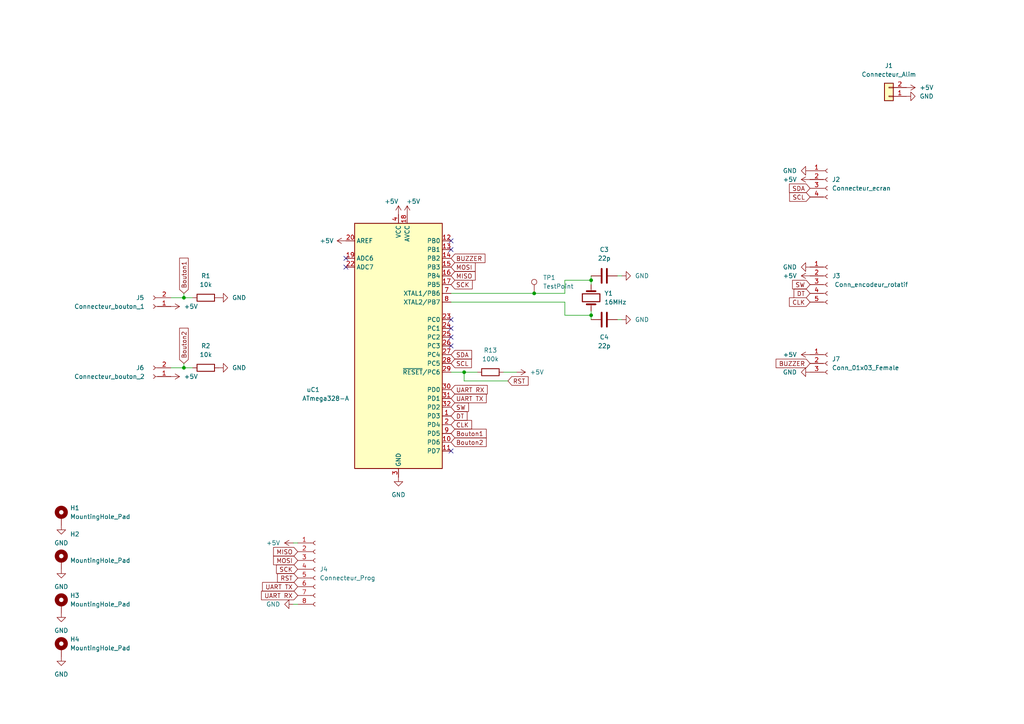
<source format=kicad_sch>
(kicad_sch (version 20211123) (generator eeschema)
  (paper "A4")
  (lib_symbols
    (symbol "Connector:Conn_01x02_Female" (pin_names (offset 1.016) hide)
      (property "Reference" "J" (at 0 2.54 0))
      (property "Value" "Conn_01x02_Female" (at 0 -5.08 0))
      (symbol "Conn_01x02_Female_1_1"
        (arc (start 0 -2.032) (mid -0.508 -2.54) (end 0 -3.048) (stroke (width 0.1524)))
        (polyline (pts (xy -1.27 -2.54) (xy -0.508 -2.54)) (stroke (width 0.1524)))
        (polyline (pts (xy -1.27 0) (xy -0.508 0)) (stroke (width 0.1524)))
        (arc (start 0 0.508) (mid -0.508 0) (end 0 -0.508) (stroke (width 0.1524)))
        (pin passive line (at -5.08 0 0) (length 3.81) (name "Pin_1") (number "1"))
        (pin passive line (at -5.08 -2.54 0) (length 3.81) (name "Pin_2") (number "2"))
      )
    )
    (symbol "Connector:Conn_01x03_Female" (pin_names (offset 1.016) hide)
      (property "Reference" "J" (at 0 5.08 0))
      (property "Value" "Conn_01x03_Female" (at 0 -5.08 0))
      (symbol "Conn_01x03_Female_1_1"
        (arc (start 0 -2.032) (mid -0.508 -2.54) (end 0 -3.048) (stroke (width 0.1524)))
        (polyline (pts (xy -1.27 -2.54) (xy -0.508 -2.54)) (stroke (width 0.1524)))
        (polyline (pts (xy -1.27 0) (xy -0.508 0)) (stroke (width 0.1524)))
        (polyline (pts (xy -1.27 2.54) (xy -0.508 2.54)) (stroke (width 0.1524)))
        (arc (start 0 0.508) (mid -0.508 0) (end 0 -0.508) (stroke (width 0.1524)))
        (arc (start 0 3.048) (mid -0.508 2.54) (end 0 2.032) (stroke (width 0.1524)))
        (pin passive line (at -5.08 2.54 0) (length 3.81) (name "Pin_1") (number "1"))
        (pin passive line (at -5.08 0 0) (length 3.81) (name "Pin_2") (number "2"))
        (pin passive line (at -5.08 -2.54 0) (length 3.81) (name "Pin_3") (number "3"))
      )
    )
    (symbol "Connector:Conn_01x04_Female" (pin_names (offset 1.016) hide)
      (property "Reference" "J" (at 0 5.08 0))
      (property "Value" "Conn_01x04_Female" (at 0 -7.62 0))
      (symbol "Conn_01x04_Female_1_1"
        (arc (start 0 -4.572) (mid -0.508 -5.08) (end 0 -5.588) (stroke (width 0.1524)))
        (arc (start 0 -2.032) (mid -0.508 -2.54) (end 0 -3.048) (stroke (width 0.1524)))
        (polyline (pts (xy -1.27 -5.08) (xy -0.508 -5.08)) (stroke (width 0.1524)))
        (polyline (pts (xy -1.27 -2.54) (xy -0.508 -2.54)) (stroke (width 0.1524)))
        (polyline (pts (xy -1.27 0) (xy -0.508 0)) (stroke (width 0.1524)))
        (polyline (pts (xy -1.27 2.54) (xy -0.508 2.54)) (stroke (width 0.1524)))
        (arc (start 0 0.508) (mid -0.508 0) (end 0 -0.508) (stroke (width 0.1524)))
        (arc (start 0 3.048) (mid -0.508 2.54) (end 0 2.032) (stroke (width 0.1524)))
        (pin passive line (at -5.08 2.54 0) (length 3.81) (name "Pin_1") (number "1"))
        (pin passive line (at -5.08 0 0) (length 3.81) (name "Pin_2") (number "2"))
        (pin passive line (at -5.08 -2.54 0) (length 3.81) (name "Pin_3") (number "3"))
        (pin passive line (at -5.08 -5.08 0) (length 3.81) (name "Pin_4") (number "4"))
      )
    )
    (symbol "Connector:Conn_01x05_Female" (pin_names (offset 1.016) hide)
      (property "Reference" "J" (at 0 7.62 0))
      (property "Value" "Conn_01x05_Female" (at 0 -7.62 0))
      (symbol "Conn_01x05_Female_1_1"
        (arc (start 0 -4.572) (mid -0.508 -5.08) (end 0 -5.588) (stroke (width 0.1524)))
        (arc (start 0 -2.032) (mid -0.508 -2.54) (end 0 -3.048) (stroke (width 0.1524)))
        (polyline (pts (xy -1.27 -5.08) (xy -0.508 -5.08)) (stroke (width 0.1524)))
        (polyline (pts (xy -1.27 -2.54) (xy -0.508 -2.54)) (stroke (width 0.1524)))
        (polyline (pts (xy -1.27 0) (xy -0.508 0)) (stroke (width 0.1524)))
        (polyline (pts (xy -1.27 2.54) (xy -0.508 2.54)) (stroke (width 0.1524)))
        (polyline (pts (xy -1.27 5.08) (xy -0.508 5.08)) (stroke (width 0.1524)))
        (arc (start 0 0.508) (mid -0.508 0) (end 0 -0.508) (stroke (width 0.1524)))
        (arc (start 0 3.048) (mid -0.508 2.54) (end 0 2.032) (stroke (width 0.1524)))
        (arc (start 0 5.588) (mid -0.508 5.08) (end 0 4.572) (stroke (width 0.1524)))
        (pin passive line (at -5.08 5.08 0) (length 3.81) (name "Pin_1") (number "1"))
        (pin passive line (at -5.08 2.54 0) (length 3.81) (name "Pin_2") (number "2"))
        (pin passive line (at -5.08 0 0) (length 3.81) (name "Pin_3") (number "3"))
        (pin passive line (at -5.08 -2.54 0) (length 3.81) (name "Pin_4") (number "4"))
        (pin passive line (at -5.08 -5.08 0) (length 3.81) (name "Pin_5") (number "5"))
      )
    )
    (symbol "Connector:Conn_01x08_Female" (pin_names (offset 1.016) hide)
      (property "Reference" "J" (at 0 10.16 0))
      (property "Value" "Conn_01x08_Female" (at 0 -12.7 0))
      (symbol "Conn_01x08_Female_1_1"
        (arc (start 0 -9.652) (mid -0.508 -10.16) (end 0 -10.668) (stroke (width 0.1524)))
        (arc (start 0 -7.112) (mid -0.508 -7.62) (end 0 -8.128) (stroke (width 0.1524)))
        (arc (start 0 -4.572) (mid -0.508 -5.08) (end 0 -5.588) (stroke (width 0.1524)))
        (arc (start 0 -2.032) (mid -0.508 -2.54) (end 0 -3.048) (stroke (width 0.1524)))
        (polyline (pts (xy -1.27 -10.16) (xy -0.508 -10.16)) (stroke (width 0.1524)))
        (polyline (pts (xy -1.27 -7.62) (xy -0.508 -7.62)) (stroke (width 0.1524)))
        (polyline (pts (xy -1.27 -5.08) (xy -0.508 -5.08)) (stroke (width 0.1524)))
        (polyline (pts (xy -1.27 -2.54) (xy -0.508 -2.54)) (stroke (width 0.1524)))
        (polyline (pts (xy -1.27 0) (xy -0.508 0)) (stroke (width 0.1524)))
        (polyline (pts (xy -1.27 2.54) (xy -0.508 2.54)) (stroke (width 0.1524)))
        (polyline (pts (xy -1.27 5.08) (xy -0.508 5.08)) (stroke (width 0.1524)))
        (polyline (pts (xy -1.27 7.62) (xy -0.508 7.62)) (stroke (width 0.1524)))
        (arc (start 0 0.508) (mid -0.508 0) (end 0 -0.508) (stroke (width 0.1524)))
        (arc (start 0 3.048) (mid -0.508 2.54) (end 0 2.032) (stroke (width 0.1524)))
        (arc (start 0 5.588) (mid -0.508 5.08) (end 0 4.572) (stroke (width 0.1524)))
        (arc (start 0 8.128) (mid -0.508 7.62) (end 0 7.112) (stroke (width 0.1524)))
        (pin passive line (at -5.08 7.62 0) (length 3.81) (name "Pin_1") (number "1"))
        (pin passive line (at -5.08 5.08 0) (length 3.81) (name "Pin_2") (number "2"))
        (pin passive line (at -5.08 2.54 0) (length 3.81) (name "Pin_3") (number "3"))
        (pin passive line (at -5.08 0 0) (length 3.81) (name "Pin_4") (number "4"))
        (pin passive line (at -5.08 -2.54 0) (length 3.81) (name "Pin_5") (number "5"))
        (pin passive line (at -5.08 -5.08 0) (length 3.81) (name "Pin_6") (number "6"))
        (pin passive line (at -5.08 -7.62 0) (length 3.81) (name "Pin_7") (number "7"))
        (pin passive line (at -5.08 -10.16 0) (length 3.81) (name "Pin_8") (number "8"))
      )
    )
    (symbol "Connector:TestPoint" (pin_numbers hide) (pin_names (offset 0.762) hide)
      (property "Reference" "TP" (at 0 6.858 0))
      (property "Value" "TestPoint" (at 0 5.08 0))
      (symbol "TestPoint_0_1"
        (circle (center 0 3.302) (radius 0.762))
      )
      (symbol "TestPoint_1_1"
        (pin passive line (at 0 0 90) (length 2.54) (name "1") (number "1"))
      )
    )
    (symbol "Connector_Generic:Conn_01x02" (pin_names (offset 1.016) hide)
      (property "Reference" "J" (at 0 2.54 0))
      (property "Value" "Conn_01x02" (at 0 -5.08 0))
      (symbol "Conn_01x02_1_1"
        (rectangle (start -1.27 -2.413) (end 0 -2.667) (stroke (width 0.1524)))
        (rectangle (start -1.27 0.127) (end 0 -0.127) (stroke (width 0.1524)))
        (rectangle (start -1.27 1.27) (end 1.27 -3.81) (stroke (width 0.254)) (fill (type background)))
        (pin passive line (at -5.08 0 0) (length 3.81) (name "Pin_1") (number "1"))
        (pin passive line (at -5.08 -2.54 0) (length 3.81) (name "Pin_2") (number "2"))
      )
    )
    (symbol "Device:C" (pin_numbers hide) (pin_names (offset 0.254))
      (property "Reference" "C" (at 0.635 2.54 0))
      (property "Value" "C" (at 0.635 -2.54 0))
      (symbol "C_0_1"
        (polyline (pts (xy -2.032 -0.762) (xy 2.032 -0.762)) (stroke (width 0.508)))
        (polyline (pts (xy -2.032 0.762) (xy 2.032 0.762)) (stroke (width 0.508)))
      )
      (symbol "C_1_1"
        (pin passive line (at 0 3.81 270) (length 2.794) (name "~") (number "1"))
        (pin passive line (at 0 -3.81 90) (length 2.794) (name "~") (number "2"))
      )
    )
    (symbol "Device:Crystal" (pin_numbers hide) (pin_names (offset 1.016) hide)
      (property "Reference" "Y" (at 0 3.81 0))
      (property "Value" "Crystal" (at 0 -3.81 0))
      (symbol "Crystal_0_1"
        (rectangle (start -1.143 2.54) (end 1.143 -2.54) (stroke (width 0.3048)))
        (polyline (pts (xy -2.54 0) (xy -1.905 0)))
        (polyline (pts (xy -1.905 -1.27) (xy -1.905 1.27)) (stroke (width 0.508)))
        (polyline (pts (xy 1.905 -1.27) (xy 1.905 1.27)) (stroke (width 0.508)))
        (polyline (pts (xy 2.54 0) (xy 1.905 0)))
      )
      (symbol "Crystal_1_1"
        (pin passive line (at -3.81 0 0) (length 1.27) (name "1") (number "1"))
        (pin passive line (at 3.81 0 180) (length 1.27) (name "2") (number "2"))
      )
    )
    (symbol "Device:R" (pin_numbers hide) (pin_names (offset 0))
      (property "Reference" "R" (at 2.032 0 90))
      (property "Value" "R" (at 0 0 90))
      (symbol "R_0_1"
        (rectangle (start -1.016 -2.54) (end 1.016 2.54) (stroke (width 0.254)))
      )
      (symbol "R_1_1"
        (pin passive line (at 0 3.81 270) (length 1.27) (name "~") (number "1"))
        (pin passive line (at 0 -3.81 90) (length 1.27) (name "~") (number "2"))
      )
    )
    (symbol "MCU_Microchip_ATmega:ATmega328-A"
      (property "Reference" "U" (at -12.7 36.83 0))
      (property "Value" "ATmega328-A" (at 2.54 -36.83 0))
      (symbol "ATmega328-A_0_1"
        (rectangle (start -12.7 -35.56) (end 12.7 35.56) (stroke (width 0.254)) (fill (type background)))
      )
      (symbol "ATmega328-A_1_1"
        (pin bidirectional line (at 15.24 -20.32 180) (length 2.54) (name "PD3") (number "1"))
        (pin bidirectional line (at 15.24 -27.94 180) (length 2.54) (name "PD6") (number "10"))
        (pin bidirectional line (at 15.24 -30.48 180) (length 2.54) (name "PD7") (number "11"))
        (pin bidirectional line (at 15.24 30.48 180) (length 2.54) (name "PB0") (number "12"))
        (pin bidirectional line (at 15.24 27.94 180) (length 2.54) (name "PB1") (number "13"))
        (pin bidirectional line (at 15.24 25.4 180) (length 2.54) (name "PB2") (number "14"))
        (pin bidirectional line (at 15.24 22.86 180) (length 2.54) (name "PB3") (number "15"))
        (pin bidirectional line (at 15.24 20.32 180) (length 2.54) (name "PB4") (number "16"))
        (pin bidirectional line (at 15.24 17.78 180) (length 2.54) (name "PB5") (number "17"))
        (pin power_in line (at 2.54 38.1 270) (length 2.54) (name "AVCC") (number "18"))
        (pin input line (at -15.24 25.4 0) (length 2.54) (name "ADC6") (number "19"))
        (pin bidirectional line (at 15.24 -22.86 180) (length 2.54) (name "PD4") (number "2"))
        (pin passive line (at -15.24 30.48 0) (length 2.54) (name "AREF") (number "20"))
        (pin passive line (at 0 -38.1 90) (length 2.54) hide (name "GND") (number "21"))
        (pin input line (at -15.24 22.86 0) (length 2.54) (name "ADC7") (number "22"))
        (pin bidirectional line (at 15.24 7.62 180) (length 2.54) (name "PC0") (number "23"))
        (pin bidirectional line (at 15.24 5.08 180) (length 2.54) (name "PC1") (number "24"))
        (pin bidirectional line (at 15.24 2.54 180) (length 2.54) (name "PC2") (number "25"))
        (pin bidirectional line (at 15.24 0 180) (length 2.54) (name "PC3") (number "26"))
        (pin bidirectional line (at 15.24 -2.54 180) (length 2.54) (name "PC4") (number "27"))
        (pin bidirectional line (at 15.24 -5.08 180) (length 2.54) (name "PC5") (number "28"))
        (pin bidirectional line (at 15.24 -7.62 180) (length 2.54) (name "~{RESET}/PC6") (number "29"))
        (pin power_in line (at 0 -38.1 90) (length 2.54) (name "GND") (number "3"))
        (pin bidirectional line (at 15.24 -12.7 180) (length 2.54) (name "PD0") (number "30"))
        (pin bidirectional line (at 15.24 -15.24 180) (length 2.54) (name "PD1") (number "31"))
        (pin bidirectional line (at 15.24 -17.78 180) (length 2.54) (name "PD2") (number "32"))
        (pin power_in line (at 0 38.1 270) (length 2.54) (name "VCC") (number "4"))
        (pin passive line (at 0 -38.1 90) (length 2.54) hide (name "GND") (number "5"))
        (pin passive line (at 0 38.1 270) (length 2.54) hide (name "VCC") (number "6"))
        (pin bidirectional line (at 15.24 15.24 180) (length 2.54) (name "XTAL1/PB6") (number "7"))
        (pin bidirectional line (at 15.24 12.7 180) (length 2.54) (name "XTAL2/PB7") (number "8"))
        (pin bidirectional line (at 15.24 -25.4 180) (length 2.54) (name "PD5") (number "9"))
      )
    )
    (symbol "Mechanical:MountingHole_Pad" (pin_numbers hide) (pin_names (offset 1.016) hide)
      (property "Reference" "H" (at 0 6.35 0))
      (property "Value" "MountingHole_Pad" (at 0 4.445 0))
      (symbol "MountingHole_Pad_0_1"
        (circle (center 0 1.27) (radius 1.27) (stroke (width 1.27)))
      )
      (symbol "MountingHole_Pad_1_1"
        (pin input line (at 0 -2.54 90) (length 2.54) (name "1") (number "1"))
      )
    )
    (symbol "power:+5V" (power) (pin_names (offset 0))
      (property "Value" "+5V" (at 0 3.556 0))
      (symbol "+5V_0_1"
        (polyline (pts (xy -0.762 1.27) (xy 0 2.54)))
        (polyline (pts (xy 0 0) (xy 0 2.54)))
        (polyline (pts (xy 0 2.54) (xy 0.762 1.27)))
      )
      (symbol "+5V_1_1"
        (pin power_in line (at 0 0 90) (length 0) hide (name "+5V") (number "1"))
      )
    )
    (symbol "power:GND" (power) (pin_names (offset 0))
      (property "Value" "GND" (at 0 -3.81 0))
      (symbol "GND_0_1"
        (polyline (pts (xy 0 0) (xy 0 -1.27) (xy 1.27 -1.27) (xy 0 -2.54) (xy -1.27 -1.27) (xy 0 -1.27)))
      )
      (symbol "GND_1_1"
        (pin power_in line (at 0 0 270) (length 0) hide (name "GND") (number "1"))
      )
    )
  )
  (junction (at 53.34 106.68))
  (junction (at 53.34 86.36))
  (junction (at 134.62 107.95))
  (junction (at 171.45 91.44))
  (junction (at 154.94 85.09))
  (junction (at 171.45 81.28))
  (no_connect (at 100.33 77.47))
  (no_connect (at 130.81 97.79))
  (no_connect (at 130.81 100.33))
  (no_connect (at 130.81 130.81))
  (no_connect (at 130.81 95.25))
  (no_connect (at 100.33 74.93))
  (no_connect (at 130.81 72.39))
  (no_connect (at 130.81 92.71))
  (no_connect (at 130.81 69.85))
  (wire (pts (xy 163.83 91.44) (xy 171.45 91.44)))
  (wire (pts (xy 163.83 87.63) (xy 163.83 91.44)))
  (wire (pts (xy 85.09 157.48) (xy 86.36 157.48)))
  (wire (pts (xy 171.45 91.44) (xy 171.45 92.71)))
  (wire (pts (xy 53.34 106.68) (xy 55.88 106.68)))
  (wire (pts (xy 147.32 110.49) (xy 134.62 110.49)))
  (wire (pts (xy 85.09 175.26) (xy 86.36 175.26)))
  (wire (pts (xy 171.45 81.28) (xy 171.45 82.55)))
  (wire (pts (xy 171.45 90.17) (xy 171.45 91.44)))
  (wire (pts (xy 49.53 86.36) (xy 53.34 86.36)))
  (wire (pts (xy 146.05 107.95) (xy 149.86 107.95)))
  (wire (pts (xy 53.34 86.36) (xy 55.88 86.36)))
  (wire (pts (xy 53.34 105.41) (xy 53.34 106.68)))
  (wire (pts (xy 53.34 85.09) (xy 53.34 86.36)))
  (wire (pts (xy 130.81 87.63) (xy 163.83 87.63)))
  (wire (pts (xy 163.83 85.09) (xy 163.83 81.28)))
  (wire (pts (xy 130.81 107.95) (xy 134.62 107.95)))
  (wire (pts (xy 163.83 81.28) (xy 171.45 81.28)))
  (wire (pts (xy 49.53 106.68) (xy 53.34 106.68)))
  (wire (pts (xy 130.81 85.09) (xy 154.94 85.09)))
  (wire (pts (xy 134.62 107.95) (xy 138.43 107.95)))
  (wire (pts (xy 171.45 80.01) (xy 171.45 81.28)))
  (wire (pts (xy 180.34 92.71) (xy 179.07 92.71)))
  (wire (pts (xy 180.34 80.01) (xy 179.07 80.01)))
  (wire (pts (xy 154.94 85.09) (xy 163.83 85.09)))
  (wire (pts (xy 134.62 110.49) (xy 134.62 107.95)))
  (global_label "BUZZER" (shape input) (at 130.81 74.93 0) (property "Intersheet References" "${INTERSHEET_REFS}" (effects hide)))
  (global_label "UART RX" (shape input) (at 130.81 113.03 0) (property "Intersheet References" "${INTERSHEET_REFS}" (effects hide)))
  (global_label "CLK" (shape input) (at 234.95 87.63 180) (property "Intersheet References" "${INTERSHEET_REFS}" (effects hide)))
  (global_label "UART RX" (shape input) (at 86.36 172.72 180) (property "Intersheet References" "${INTERSHEET_REFS}" (effects hide)))
  (global_label "Bouton1" (shape input) (at 53.34 85.09 90) (property "Intersheet References" "${INTERSHEET_REFS}" (effects hide)))
  (global_label "Bouton1" (shape input) (at 130.81 125.73 0) (property "Intersheet References" "${INTERSHEET_REFS}" (effects hide)))
  (global_label "DT" (shape input) (at 234.95 85.09 180) (property "Intersheet References" "${INTERSHEET_REFS}" (effects hide)))
  (global_label "RST" (shape input) (at 147.32 110.49 0) (property "Intersheet References" "${INTERSHEET_REFS}" (effects hide)))
  (global_label "SDA" (shape input) (at 130.81 102.87 0) (property "Intersheet References" "${INTERSHEET_REFS}" (effects hide)))
  (global_label "SCL" (shape input) (at 130.81 105.41 0) (property "Intersheet References" "${INTERSHEET_REFS}" (effects hide)))
  (global_label "SW" (shape input) (at 130.81 118.11 0) (property "Intersheet References" "${INTERSHEET_REFS}" (effects hide)))
  (global_label "BUZZER" (shape input) (at 234.95 105.41 180) (property "Intersheet References" "${INTERSHEET_REFS}" (effects hide)))
  (global_label "RST" (shape input) (at 86.36 167.64 180) (property "Intersheet References" "${INTERSHEET_REFS}" (effects hide)))
  (global_label "SCK" (shape input) (at 86.36 165.1 180) (property "Intersheet References" "${INTERSHEET_REFS}" (effects hide)))
  (global_label "MOSI" (shape input) (at 86.36 162.56 180) (property "Intersheet References" "${INTERSHEET_REFS}" (effects hide)))
  (global_label "SCL" (shape input) (at 234.95 57.15 180) (property "Intersheet References" "${INTERSHEET_REFS}" (effects hide)))
  (global_label "MISO" (shape input) (at 130.81 80.01 0) (property "Intersheet References" "${INTERSHEET_REFS}" (effects hide)))
  (global_label "UART TX" (shape input) (at 86.36 170.18 180) (property "Intersheet References" "${INTERSHEET_REFS}" (effects hide)))
  (global_label "DT" (shape input) (at 130.81 120.65 0) (property "Intersheet References" "${INTERSHEET_REFS}" (effects hide)))
  (global_label "SCK" (shape input) (at 130.81 82.55 0) (property "Intersheet References" "${INTERSHEET_REFS}" (effects hide)))
  (global_label "CLK" (shape input) (at 130.81 123.19 0) (property "Intersheet References" "${INTERSHEET_REFS}" (effects hide)))
  (global_label "UART TX" (shape input) (at 130.81 115.57 0) (property "Intersheet References" "${INTERSHEET_REFS}" (effects hide)))
  (global_label "MOSI" (shape input) (at 130.81 77.47 0) (property "Intersheet References" "${INTERSHEET_REFS}" (effects hide)))
  (global_label "Bouton2" (shape input) (at 53.34 105.41 90) (property "Intersheet References" "${INTERSHEET_REFS}" (effects hide)))
  (global_label "SDA" (shape input) (at 234.95 54.61 180) (property "Intersheet References" "${INTERSHEET_REFS}" (effects hide)))
  (global_label "Bouton2" (shape input) (at 130.81 128.27 0) (property "Intersheet References" "${INTERSHEET_REFS}" (effects hide)))
  (global_label "MISO" (shape input) (at 86.36 160.02 180) (property "Intersheet References" "${INTERSHEET_REFS}" (effects hide)))
  (global_label "SW" (shape input) (at 234.95 82.55 180) (property "Intersheet References" "${INTERSHEET_REFS}" (effects hide)))
  (symbol (lib_id "power:GND") (at 17.78 190.5 0) (unit 1)
    (property "Reference" "#PWR030" (effects hide))
    (property "Value" "GND" (at 17.78 195.58 0))
  )
  (symbol (lib_id "power:+5V") (at 118.11 62.23 0) (unit 1)
    (property "Reference" "#PWR014" (effects hide))
    (property "Value" "+5V" (at 121.92 58.42 0) (effects (justify right)))
  )
  (symbol (lib_id "power:+5V") (at 115.57 62.23 0) (unit 1)
    (property "Reference" "#PWR012" (effects hide))
    (property "Value" "+5V" (at 115.57 58.42 0) (effects (justify right)))
  )
  (symbol (lib_id "Connector:Conn_01x05_Female") (at 240.03 82.55 0) (unit 1)
    (property "Reference" "J3" (at 242.57 80.01 0))
    (property "Value" "Conn_encodeur_rotatif" (at 252.73 82.55 0))
    (property "Footprint" "Connector_JST:JST_XH_B5B-XH-A_1x05_P2.50mm_Vertical" (effects hide))
  )
  (symbol (lib_id "power:+5V") (at 262.89 25.4 270) (unit 1)
    (property "Reference" "#PWR08" (effects hide))
    (property "Value" "+5V" (at 266.7 25.4 90) (effects (justify left)))
  )
  (symbol (lib_id "Device:Crystal") (at 171.45 86.36 270) (unit 1)
    (property "Reference" "Y1" (at 175.26 85.0899 90) (effects (justify left)))
    (property "Value" "16MHz" (at 175.26 87.6299 90) (effects (justify left)))
    (property "Footprint" "Crystal:Crystal_SMD_3225-4Pin_3.2x2.5mm" (effects hide))
  )
  (symbol (lib_id "Device:C") (at 175.26 80.01 90) (unit 1)
    (property "Reference" "C3" (at 175.26 72.39 90))
    (property "Value" "22p" (at 175.26 74.93 90))
    (property "Footprint" "Capacitor_SMD:C_0402_1005Metric" (effects hide))
  )
  (symbol (lib_id "power:GND") (at 234.95 77.47 270) (unit 1)
    (property "Reference" "#PWR0101" (effects hide))
    (property "Value" "GND" (at 231.14 77.4699 90) (effects (justify right)))
  )
  (symbol (lib_id "power:GND") (at 180.34 92.71 90) (unit 1)
    (property "Reference" "#PWR018" (effects hide))
    (property "Value" "GND" (at 184.15 92.7099 90) (effects (justify right)))
  )
  (symbol (lib_id "power:GND") (at 63.5 106.68 90) (unit 1)
    (property "Reference" "#PWR03" (effects hide))
    (property "Value" "GND" (at 67.31 106.6799 90) (effects (justify right)))
  )
  (symbol (lib_id "power:GND") (at 85.09 175.26 270) (unit 1)
    (property "Reference" "#PWR020" (effects hide))
    (property "Value" "GND" (at 81.28 175.2599 90) (effects (justify right)))
  )
  (symbol (lib_id "power:GND") (at 63.5 86.36 90) (unit 1)
    (property "Reference" "#PWR01" (effects hide))
    (property "Value" "GND" (at 67.31 86.3599 90) (effects (justify right)))
  )
  (symbol (lib_id "Connector:TestPoint") (at 154.94 85.09 0) (unit 1)
    (property "Reference" "TP1" (at 157.48 80.5179 0) (effects (justify left)))
    (property "Value" "TestPoint" (at 157.48 83.0579 0) (effects (justify left)))
    (property "Footprint" "TestPoint:TestPoint_Pad_1.5x1.5mm" (effects hide))
  )
  (symbol (lib_id "Mechanical:MountingHole_Pad") (at 17.78 175.26 0) (unit 1)
    (property "Reference" "H3" (at 20.32 172.7199 0) (effects (justify left)))
    (property "Value" "MountingHole_Pad" (at 20.32 175.2599 0) (effects (justify left)))
    (property "Footprint" "MountingHole:MountingHole_4.3mm_M4_DIN965_Pad" (effects hide))
  )
  (symbol (lib_id "Connector:Conn_01x02_Female") (at 44.45 88.9 180) (unit 1)
    (property "Reference" "J5" (at 40.64 86.36 0))
    (property "Value" "Connecteur_bouton_1" (at 31.75 88.9 0))
    (property "Footprint" "Connector_JST:JST_XH_B2B-XH-A_1x02_P2.50mm_Vertical" (effects hide))
  )
  (symbol (lib_id "power:+5V") (at 100.33 69.85 90) (unit 1)
    (property "Reference" "#PWR011" (effects hide))
    (property "Value" "+5V" (at 92.71 69.85 90) (effects (justify right)))
  )
  (symbol (lib_id "Mechanical:MountingHole_Pad") (at 17.78 187.96 0) (unit 1)
    (property "Reference" "H4" (at 20.32 185.4199 0) (effects (justify left)))
    (property "Value" "MountingHole_Pad" (at 20.32 187.9599 0) (effects (justify left)))
    (property "Footprint" "MountingHole:MountingHole_4.3mm_M4_DIN965_Pad" (effects hide))
  )
  (symbol (lib_id "power:+5V") (at 234.95 52.07 90) (unit 1)
    (property "Reference" "#PWR022" (effects hide))
    (property "Value" "+5V" (at 231.14 52.07 90) (effects (justify left)))
  )
  (symbol (lib_id "power:+5V") (at 234.95 102.87 90) (unit 1)
    (property "Reference" "#PWR06" (effects hide))
    (property "Value" "+5V" (at 231.14 102.87 90) (effects (justify left)))
  )
  (symbol (lib_id "power:GND") (at 262.89 27.94 90) (unit 1)
    (property "Reference" "#PWR02" (effects hide))
    (property "Value" "GND" (at 266.7 27.9399 90) (effects (justify right)))
  )
  (symbol (lib_id "power:+5V") (at 85.09 157.48 90) (unit 1)
    (property "Reference" "#PWR019" (effects hide))
    (property "Value" "+5V" (at 81.28 157.4799 90) (effects (justify left)))
  )
  (symbol (lib_id "Mechanical:MountingHole_Pad") (at 17.78 162.56 0) (unit 1)
    (property "Reference" "H2" (at 20.32 154.9399 0) (effects (justify left)))
    (property "Value" "MountingHole_Pad" (at 20.32 162.5599 0) (effects (justify left)))
    (property "Footprint" "MountingHole:MountingHole_4.3mm_M4_DIN965_Pad" (effects hide))
  )
  (symbol (lib_id "power:GND") (at 17.78 152.4 0) (unit 1)
    (property "Reference" "#PWR027" (effects hide))
    (property "Value" "GND" (at 17.78 157.48 0))
  )
  (symbol (lib_id "power:+5V") (at 49.53 109.22 270) (unit 1)
    (property "Reference" "#PWR05" (effects hide))
    (property "Value" "+5V" (at 53.34 109.2199 90) (effects (justify left)))
  )
  (symbol (lib_id "Device:R") (at 142.24 107.95 90) (unit 1)
    (property "Reference" "R13" (at 142.24 101.6 90))
    (property "Value" "100k" (at 142.24 104.14 90))
    (property "Footprint" "Resistor_SMD:R_1206_3216Metric" (effects hide))
  )
  (symbol (lib_id "Connector:Conn_01x04_Female") (at 240.03 52.07 0) (unit 1)
    (property "Reference" "J2" (at 241.3 52.0699 0) (effects (justify left)))
    (property "Value" "Connecteur_ecran" (at 241.3 54.6099 0) (effects (justify left)))
    (property "Footprint" "Connector_JST:JST_XH_B4B-XH-A_1x04_P2.50mm_Vertical" (effects hide))
  )
  (symbol (lib_id "Device:R") (at 59.69 86.36 90) (unit 1)
    (property "Reference" "R1" (at 59.69 80.01 90))
    (property "Value" "10k" (at 59.69 82.55 90))
    (property "Footprint" "Resistor_SMD:R_1206_3216Metric" (effects hide))
  )
  (symbol (lib_id "Device:C") (at 175.26 92.71 90) (unit 1)
    (property "Reference" "C4" (at 175.26 97.79 90))
    (property "Value" "22p" (at 175.26 100.33 90))
    (property "Footprint" "Capacitor_SMD:C_0402_1005Metric" (effects hide))
  )
  (symbol (lib_id "power:GND") (at 180.34 80.01 90) (unit 1)
    (property "Reference" "#PWR017" (effects hide))
    (property "Value" "GND" (at 184.15 80.0099 90) (effects (justify right)))
  )
  (symbol (lib_id "power:GND") (at 234.95 107.95 270) (unit 1)
    (property "Reference" "#PWR07" (effects hide))
    (property "Value" "GND" (at 231.14 107.9499 90) (effects (justify right)))
  )
  (symbol (lib_id "power:GND") (at 234.95 49.53 270) (unit 1)
    (property "Reference" "#PWR021" (effects hide))
    (property "Value" "GND" (at 231.14 49.5299 90) (effects (justify right)))
  )
  (symbol (lib_id "MCU_Microchip_ATmega:ATmega328-A") (at 115.57 100.33 0) (unit 1)
    (property "Reference" "uC1" (at 88.9 113.03 0) (effects (justify left)))
    (property "Value" "ATmega328-A" (at 87.63 115.57 0) (effects (justify left)))
    (property "Footprint" "Package_QFP:TQFP-32_7x7mm_P0.8mm" (effects hide))
    (property "Datasheet" "http://ww1.microchip.com/downloads/en/DeviceDoc/ATmega328_P%20AVR%20MCU%20with%20picoPower%20Technology%20Data%20Sheet%2040001984A.pdf" (effects hide))
  )
  (symbol (lib_id "Device:R") (at 59.69 106.68 90) (unit 1)
    (property "Reference" "R2" (at 59.69 100.33 90))
    (property "Value" "10k" (at 59.69 102.87 90))
    (property "Footprint" "Resistor_SMD:R_1206_3216Metric" (effects hide))
  )
  (symbol (lib_id "power:+5V") (at 234.95 80.01 90) (unit 1)
    (property "Reference" "#PWR0102" (effects hide))
    (property "Value" "+5V" (at 231.14 80.01 90) (effects (justify left)))
  )
  (symbol (lib_id "power:GND") (at 17.78 165.1 0) (unit 1)
    (property "Reference" "#PWR028" (effects hide))
    (property "Value" "GND" (at 17.78 170.18 0))
  )
  (symbol (lib_id "power:+5V") (at 49.53 88.9 270) (unit 1)
    (property "Reference" "#PWR04" (effects hide))
    (property "Value" "+5V" (at 53.34 88.8999 90) (effects (justify left)))
  )
  (symbol (lib_id "Connector:Conn_01x02_Female") (at 44.45 109.22 180) (unit 1)
    (property "Reference" "J6" (at 40.64 106.68 0))
    (property "Value" "Connecteur_bouton_2" (at 31.75 109.22 0))
    (property "Footprint" "Connector_JST:JST_XH_B2B-XH-A_1x02_P2.50mm_Vertical" (effects hide))
  )
  (symbol (lib_id "Connector_Generic:Conn_01x02") (at 257.81 27.94 180) (unit 1)
    (property "Reference" "J1" (at 257.81 19.05 0))
    (property "Value" "Connecteur_Alim" (at 257.81 21.59 0))
    (property "Footprint" "TerminalBlock:TerminalBlock_bornier-2_P5.08mm" (effects hide))
  )
  (symbol (lib_id "Connector:Conn_01x08_Female") (at 91.44 165.1 0) (unit 1)
    (property "Reference" "J4" (at 92.71 165.0999 0) (effects (justify left)))
    (property "Value" "Connecteur_Prog" (at 92.71 167.6399 0) (effects (justify left)))
    (property "Footprint" "Connector_PinHeader_2.54mm:PinHeader_1x08_P2.54mm_Vertical" (effects hide))
  )
  (symbol (lib_id "Connector:Conn_01x03_Female") (at 240.03 105.41 0) (unit 1)
    (property "Reference" "J7" (at 241.3 104.1399 0) (effects (justify left)))
    (property "Value" "Conn_01x03_Female" (at 241.3 106.6799 0) (effects (justify left)))
    (property "Footprint" "Connector_JST:JST_XH_B3B-XH-A_1x03_P2.50mm_Vertical" (effects hide))
  )
  (symbol (lib_id "power:GND") (at 17.78 177.8 0) (unit 1)
    (property "Reference" "#PWR029" (effects hide))
    (property "Value" "GND" (at 17.78 182.88 0))
  )
  (symbol (lib_id "power:+5V") (at 149.86 107.95 270) (unit 1)
    (property "Reference" "#PWR016" (effects hide))
    (property "Value" "+5V" (at 153.67 107.9499 90) (effects (justify left)))
  )
  (symbol (lib_id "power:GND") (at 115.57 138.43 0) (unit 1)
    (property "Reference" "#PWR013" (effects hide))
    (property "Value" "GND" (at 115.57 143.51 0))
  )
  (symbol (lib_id "Mechanical:MountingHole_Pad") (at 17.78 149.86 0) (unit 1)
    (property "Reference" "H1" (at 20.32 147.3199 0) (effects (justify left)))
    (property "Value" "MountingHole_Pad" (at 20.32 149.8599 0) (effects (justify left)))
    (property "Footprint" "MountingHole:MountingHole_4.3mm_M4_DIN965_Pad" (effects hide))
  )
)
</source>
